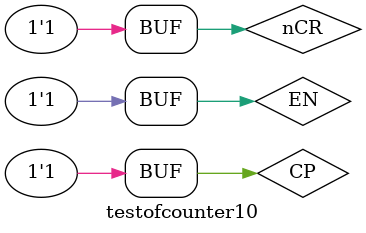
<source format=v>
`timescale 1ns / 1ps


module testofcounter10;

	// Inputs
	reg CP;
	reg nCR;
	reg EN;

	// Outputs
	wire [3:0] Q;

	// Instantiate the Unit Under Test (UUT)
	counter10 uut (
		.Q(Q), 
		.CP(CP), 
		.nCR(nCR), 
		.EN(EN)
	);

	initial begin
		// Initialize Inputs
		CP = 0;
		nCR = 1;
		EN = 1;

		// Wait 100 ns for global reset to finish
		
		#100;
		CP=1;
		#100;
		CP=0;
		#100;
		CP=1;
		// Add stimulus here

	end
      
endmodule


</source>
